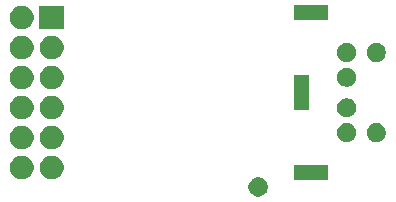
<source format=gbr>
G04 #@! TF.GenerationSoftware,KiCad,Pcbnew,5.0.2*
G04 #@! TF.CreationDate,2020-07-19T07:30:29+02:00*
G04 #@! TF.ProjectId,pmod-ps2,706d6f64-2d70-4733-922e-6b696361645f,1*
G04 #@! TF.SameCoordinates,Original*
G04 #@! TF.FileFunction,Soldermask,Bot*
G04 #@! TF.FilePolarity,Negative*
%FSLAX46Y46*%
G04 Gerber Fmt 4.6, Leading zero omitted, Abs format (unit mm)*
G04 Created by KiCad (PCBNEW 5.0.2) date dim. 19 juil. 2020 07:30:29 CEST*
%MOMM*%
%LPD*%
G01*
G04 APERTURE LIST*
%ADD10C,0.100000*%
G04 APERTURE END LIST*
D10*
G36*
X153737142Y-112218242D02*
X153885102Y-112279530D01*
X153934493Y-112312532D01*
X153992065Y-112351000D01*
X154018258Y-112368502D01*
X154131498Y-112481742D01*
X154220470Y-112614898D01*
X154281758Y-112762858D01*
X154313000Y-112919925D01*
X154313000Y-113080075D01*
X154281758Y-113237142D01*
X154220470Y-113385102D01*
X154131498Y-113518258D01*
X154018258Y-113631498D01*
X153885102Y-113720470D01*
X153737142Y-113781758D01*
X153580075Y-113813000D01*
X153419925Y-113813000D01*
X153262858Y-113781758D01*
X153114898Y-113720470D01*
X152981742Y-113631498D01*
X152868502Y-113518258D01*
X152779530Y-113385102D01*
X152718242Y-113237142D01*
X152687000Y-113080075D01*
X152687000Y-112919925D01*
X152718242Y-112762858D01*
X152779530Y-112614898D01*
X152868502Y-112481742D01*
X152981742Y-112368502D01*
X153007936Y-112351000D01*
X153065507Y-112312532D01*
X153114898Y-112279530D01*
X153262858Y-112218242D01*
X153419925Y-112187000D01*
X153580075Y-112187000D01*
X153737142Y-112218242D01*
X153737142Y-112218242D01*
G37*
G36*
X159451000Y-112401000D02*
X156549000Y-112401000D01*
X156549000Y-111099000D01*
X159451000Y-111099000D01*
X159451000Y-112401000D01*
X159451000Y-112401000D01*
G37*
G36*
X136331981Y-110387468D02*
X136514150Y-110462925D01*
X136678103Y-110572475D01*
X136817525Y-110711897D01*
X136927075Y-110875850D01*
X137002532Y-111058019D01*
X137041000Y-111251410D01*
X137041000Y-111448590D01*
X137002532Y-111641981D01*
X136927075Y-111824150D01*
X136817525Y-111988103D01*
X136678103Y-112127525D01*
X136514150Y-112237075D01*
X136331981Y-112312532D01*
X136138590Y-112351000D01*
X135941410Y-112351000D01*
X135748019Y-112312532D01*
X135565850Y-112237075D01*
X135401897Y-112127525D01*
X135262475Y-111988103D01*
X135152925Y-111824150D01*
X135077468Y-111641981D01*
X135039000Y-111448590D01*
X135039000Y-111251410D01*
X135077468Y-111058019D01*
X135152925Y-110875850D01*
X135262475Y-110711897D01*
X135401897Y-110572475D01*
X135565850Y-110462925D01*
X135748019Y-110387468D01*
X135941410Y-110349000D01*
X136138590Y-110349000D01*
X136331981Y-110387468D01*
X136331981Y-110387468D01*
G37*
G36*
X133791981Y-110387468D02*
X133974150Y-110462925D01*
X134138103Y-110572475D01*
X134277525Y-110711897D01*
X134387075Y-110875850D01*
X134462532Y-111058019D01*
X134501000Y-111251410D01*
X134501000Y-111448590D01*
X134462532Y-111641981D01*
X134387075Y-111824150D01*
X134277525Y-111988103D01*
X134138103Y-112127525D01*
X133974150Y-112237075D01*
X133791981Y-112312532D01*
X133598590Y-112351000D01*
X133401410Y-112351000D01*
X133208019Y-112312532D01*
X133025850Y-112237075D01*
X132861897Y-112127525D01*
X132722475Y-111988103D01*
X132612925Y-111824150D01*
X132537468Y-111641981D01*
X132499000Y-111448590D01*
X132499000Y-111251410D01*
X132537468Y-111058019D01*
X132612925Y-110875850D01*
X132722475Y-110711897D01*
X132861897Y-110572475D01*
X133025850Y-110462925D01*
X133208019Y-110387468D01*
X133401410Y-110349000D01*
X133598590Y-110349000D01*
X133791981Y-110387468D01*
X133791981Y-110387468D01*
G37*
G36*
X133791981Y-107847468D02*
X133974150Y-107922925D01*
X134138103Y-108032475D01*
X134277525Y-108171897D01*
X134387075Y-108335850D01*
X134462532Y-108518019D01*
X134501000Y-108711410D01*
X134501000Y-108908590D01*
X134462532Y-109101981D01*
X134387075Y-109284150D01*
X134277525Y-109448103D01*
X134138103Y-109587525D01*
X133974150Y-109697075D01*
X133791981Y-109772532D01*
X133598590Y-109811000D01*
X133401410Y-109811000D01*
X133208019Y-109772532D01*
X133025850Y-109697075D01*
X132861897Y-109587525D01*
X132722475Y-109448103D01*
X132612925Y-109284150D01*
X132537468Y-109101981D01*
X132499000Y-108908590D01*
X132499000Y-108711410D01*
X132537468Y-108518019D01*
X132612925Y-108335850D01*
X132722475Y-108171897D01*
X132861897Y-108032475D01*
X133025850Y-107922925D01*
X133208019Y-107847468D01*
X133401410Y-107809000D01*
X133598590Y-107809000D01*
X133791981Y-107847468D01*
X133791981Y-107847468D01*
G37*
G36*
X136331981Y-107847468D02*
X136514150Y-107922925D01*
X136678103Y-108032475D01*
X136817525Y-108171897D01*
X136927075Y-108335850D01*
X137002532Y-108518019D01*
X137041000Y-108711410D01*
X137041000Y-108908590D01*
X137002532Y-109101981D01*
X136927075Y-109284150D01*
X136817525Y-109448103D01*
X136678103Y-109587525D01*
X136514150Y-109697075D01*
X136331981Y-109772532D01*
X136138590Y-109811000D01*
X135941410Y-109811000D01*
X135748019Y-109772532D01*
X135565850Y-109697075D01*
X135401897Y-109587525D01*
X135262475Y-109448103D01*
X135152925Y-109284150D01*
X135077468Y-109101981D01*
X135039000Y-108908590D01*
X135039000Y-108711410D01*
X135077468Y-108518019D01*
X135152925Y-108335850D01*
X135262475Y-108171897D01*
X135401897Y-108032475D01*
X135565850Y-107922925D01*
X135748019Y-107847468D01*
X135941410Y-107809000D01*
X136138590Y-107809000D01*
X136331981Y-107847468D01*
X136331981Y-107847468D01*
G37*
G36*
X163737142Y-107618242D02*
X163885102Y-107679530D01*
X164018258Y-107768502D01*
X164131498Y-107881742D01*
X164220470Y-108014898D01*
X164281758Y-108162858D01*
X164313000Y-108319925D01*
X164313000Y-108480075D01*
X164281758Y-108637142D01*
X164220470Y-108785102D01*
X164131498Y-108918258D01*
X164018258Y-109031498D01*
X163885102Y-109120470D01*
X163737142Y-109181758D01*
X163580075Y-109213000D01*
X163419925Y-109213000D01*
X163262858Y-109181758D01*
X163114898Y-109120470D01*
X162981742Y-109031498D01*
X162868502Y-108918258D01*
X162779530Y-108785102D01*
X162718242Y-108637142D01*
X162687000Y-108480075D01*
X162687000Y-108319925D01*
X162718242Y-108162858D01*
X162779530Y-108014898D01*
X162868502Y-107881742D01*
X162981742Y-107768502D01*
X163114898Y-107679530D01*
X163262858Y-107618242D01*
X163419925Y-107587000D01*
X163580075Y-107587000D01*
X163737142Y-107618242D01*
X163737142Y-107618242D01*
G37*
G36*
X161237142Y-107618242D02*
X161385102Y-107679530D01*
X161518258Y-107768502D01*
X161631498Y-107881742D01*
X161720470Y-108014898D01*
X161781758Y-108162858D01*
X161813000Y-108319925D01*
X161813000Y-108480075D01*
X161781758Y-108637142D01*
X161720470Y-108785102D01*
X161631498Y-108918258D01*
X161518258Y-109031498D01*
X161385102Y-109120470D01*
X161237142Y-109181758D01*
X161080075Y-109213000D01*
X160919925Y-109213000D01*
X160762858Y-109181758D01*
X160614898Y-109120470D01*
X160481742Y-109031498D01*
X160368502Y-108918258D01*
X160279530Y-108785102D01*
X160218242Y-108637142D01*
X160187000Y-108480075D01*
X160187000Y-108319925D01*
X160218242Y-108162858D01*
X160279530Y-108014898D01*
X160368502Y-107881742D01*
X160481742Y-107768502D01*
X160614898Y-107679530D01*
X160762858Y-107618242D01*
X160919925Y-107587000D01*
X161080075Y-107587000D01*
X161237142Y-107618242D01*
X161237142Y-107618242D01*
G37*
G36*
X133791981Y-105307468D02*
X133974150Y-105382925D01*
X134138103Y-105492475D01*
X134277525Y-105631897D01*
X134387075Y-105795850D01*
X134462532Y-105978019D01*
X134501000Y-106171410D01*
X134501000Y-106368590D01*
X134462532Y-106561981D01*
X134387075Y-106744150D01*
X134277525Y-106908103D01*
X134138103Y-107047525D01*
X133974150Y-107157075D01*
X133791981Y-107232532D01*
X133598590Y-107271000D01*
X133401410Y-107271000D01*
X133208019Y-107232532D01*
X133025850Y-107157075D01*
X132861897Y-107047525D01*
X132722475Y-106908103D01*
X132612925Y-106744150D01*
X132537468Y-106561981D01*
X132499000Y-106368590D01*
X132499000Y-106171410D01*
X132537468Y-105978019D01*
X132612925Y-105795850D01*
X132722475Y-105631897D01*
X132861897Y-105492475D01*
X133025850Y-105382925D01*
X133208019Y-105307468D01*
X133401410Y-105269000D01*
X133598590Y-105269000D01*
X133791981Y-105307468D01*
X133791981Y-105307468D01*
G37*
G36*
X136331981Y-105307468D02*
X136514150Y-105382925D01*
X136678103Y-105492475D01*
X136817525Y-105631897D01*
X136927075Y-105795850D01*
X137002532Y-105978019D01*
X137041000Y-106171410D01*
X137041000Y-106368590D01*
X137002532Y-106561981D01*
X136927075Y-106744150D01*
X136817525Y-106908103D01*
X136678103Y-107047525D01*
X136514150Y-107157075D01*
X136331981Y-107232532D01*
X136138590Y-107271000D01*
X135941410Y-107271000D01*
X135748019Y-107232532D01*
X135565850Y-107157075D01*
X135401897Y-107047525D01*
X135262475Y-106908103D01*
X135152925Y-106744150D01*
X135077468Y-106561981D01*
X135039000Y-106368590D01*
X135039000Y-106171410D01*
X135077468Y-105978019D01*
X135152925Y-105795850D01*
X135262475Y-105631897D01*
X135401897Y-105492475D01*
X135565850Y-105382925D01*
X135748019Y-105307468D01*
X135941410Y-105269000D01*
X136138590Y-105269000D01*
X136331981Y-105307468D01*
X136331981Y-105307468D01*
G37*
G36*
X161237142Y-105518242D02*
X161385102Y-105579530D01*
X161518258Y-105668502D01*
X161631498Y-105781742D01*
X161720470Y-105914898D01*
X161781758Y-106062858D01*
X161813000Y-106219925D01*
X161813000Y-106380075D01*
X161781758Y-106537142D01*
X161720470Y-106685102D01*
X161631498Y-106818258D01*
X161518258Y-106931498D01*
X161385102Y-107020470D01*
X161237142Y-107081758D01*
X161080075Y-107113000D01*
X160919925Y-107113000D01*
X160762858Y-107081758D01*
X160614898Y-107020470D01*
X160481742Y-106931498D01*
X160368502Y-106818258D01*
X160279530Y-106685102D01*
X160218242Y-106537142D01*
X160187000Y-106380075D01*
X160187000Y-106219925D01*
X160218242Y-106062858D01*
X160279530Y-105914898D01*
X160368502Y-105781742D01*
X160481742Y-105668502D01*
X160614898Y-105579530D01*
X160762858Y-105518242D01*
X160919925Y-105487000D01*
X161080075Y-105487000D01*
X161237142Y-105518242D01*
X161237142Y-105518242D01*
G37*
G36*
X157851000Y-106451000D02*
X156549000Y-106451000D01*
X156549000Y-103549000D01*
X157851000Y-103549000D01*
X157851000Y-106451000D01*
X157851000Y-106451000D01*
G37*
G36*
X136331981Y-102767468D02*
X136514150Y-102842925D01*
X136678103Y-102952475D01*
X136817525Y-103091897D01*
X136927075Y-103255850D01*
X137002532Y-103438019D01*
X137041000Y-103631410D01*
X137041000Y-103828590D01*
X137002532Y-104021981D01*
X136927075Y-104204150D01*
X136817525Y-104368103D01*
X136678103Y-104507525D01*
X136514150Y-104617075D01*
X136331981Y-104692532D01*
X136138590Y-104731000D01*
X135941410Y-104731000D01*
X135748019Y-104692532D01*
X135565850Y-104617075D01*
X135401897Y-104507525D01*
X135262475Y-104368103D01*
X135152925Y-104204150D01*
X135077468Y-104021981D01*
X135039000Y-103828590D01*
X135039000Y-103631410D01*
X135077468Y-103438019D01*
X135152925Y-103255850D01*
X135262475Y-103091897D01*
X135401897Y-102952475D01*
X135565850Y-102842925D01*
X135748019Y-102767468D01*
X135941410Y-102729000D01*
X136138590Y-102729000D01*
X136331981Y-102767468D01*
X136331981Y-102767468D01*
G37*
G36*
X133791981Y-102767468D02*
X133974150Y-102842925D01*
X134138103Y-102952475D01*
X134277525Y-103091897D01*
X134387075Y-103255850D01*
X134462532Y-103438019D01*
X134501000Y-103631410D01*
X134501000Y-103828590D01*
X134462532Y-104021981D01*
X134387075Y-104204150D01*
X134277525Y-104368103D01*
X134138103Y-104507525D01*
X133974150Y-104617075D01*
X133791981Y-104692532D01*
X133598590Y-104731000D01*
X133401410Y-104731000D01*
X133208019Y-104692532D01*
X133025850Y-104617075D01*
X132861897Y-104507525D01*
X132722475Y-104368103D01*
X132612925Y-104204150D01*
X132537468Y-104021981D01*
X132499000Y-103828590D01*
X132499000Y-103631410D01*
X132537468Y-103438019D01*
X132612925Y-103255850D01*
X132722475Y-103091897D01*
X132861897Y-102952475D01*
X133025850Y-102842925D01*
X133208019Y-102767468D01*
X133401410Y-102729000D01*
X133598590Y-102729000D01*
X133791981Y-102767468D01*
X133791981Y-102767468D01*
G37*
G36*
X161237142Y-102918242D02*
X161385102Y-102979530D01*
X161518258Y-103068502D01*
X161631498Y-103181742D01*
X161720470Y-103314898D01*
X161781758Y-103462858D01*
X161813000Y-103619925D01*
X161813000Y-103780075D01*
X161781758Y-103937142D01*
X161720470Y-104085102D01*
X161631498Y-104218258D01*
X161518258Y-104331498D01*
X161385102Y-104420470D01*
X161237142Y-104481758D01*
X161080075Y-104513000D01*
X160919925Y-104513000D01*
X160762858Y-104481758D01*
X160614898Y-104420470D01*
X160481742Y-104331498D01*
X160368502Y-104218258D01*
X160279530Y-104085102D01*
X160218242Y-103937142D01*
X160187000Y-103780075D01*
X160187000Y-103619925D01*
X160218242Y-103462858D01*
X160279530Y-103314898D01*
X160368502Y-103181742D01*
X160481742Y-103068502D01*
X160614898Y-102979530D01*
X160762858Y-102918242D01*
X160919925Y-102887000D01*
X161080075Y-102887000D01*
X161237142Y-102918242D01*
X161237142Y-102918242D01*
G37*
G36*
X163737142Y-100818242D02*
X163885102Y-100879530D01*
X164018258Y-100968502D01*
X164131498Y-101081742D01*
X164220470Y-101214898D01*
X164281758Y-101362858D01*
X164313000Y-101519925D01*
X164313000Y-101680075D01*
X164281758Y-101837142D01*
X164220470Y-101985102D01*
X164131498Y-102118258D01*
X164018258Y-102231498D01*
X163885102Y-102320470D01*
X163737142Y-102381758D01*
X163580075Y-102413000D01*
X163419925Y-102413000D01*
X163262858Y-102381758D01*
X163114898Y-102320470D01*
X162981742Y-102231498D01*
X162868502Y-102118258D01*
X162779530Y-101985102D01*
X162718242Y-101837142D01*
X162687000Y-101680075D01*
X162687000Y-101519925D01*
X162718242Y-101362858D01*
X162779530Y-101214898D01*
X162868502Y-101081742D01*
X162981742Y-100968502D01*
X163114898Y-100879530D01*
X163262858Y-100818242D01*
X163419925Y-100787000D01*
X163580075Y-100787000D01*
X163737142Y-100818242D01*
X163737142Y-100818242D01*
G37*
G36*
X161237142Y-100818242D02*
X161385102Y-100879530D01*
X161518258Y-100968502D01*
X161631498Y-101081742D01*
X161720470Y-101214898D01*
X161781758Y-101362858D01*
X161813000Y-101519925D01*
X161813000Y-101680075D01*
X161781758Y-101837142D01*
X161720470Y-101985102D01*
X161631498Y-102118258D01*
X161518258Y-102231498D01*
X161385102Y-102320470D01*
X161237142Y-102381758D01*
X161080075Y-102413000D01*
X160919925Y-102413000D01*
X160762858Y-102381758D01*
X160614898Y-102320470D01*
X160481742Y-102231498D01*
X160368502Y-102118258D01*
X160279530Y-101985102D01*
X160218242Y-101837142D01*
X160187000Y-101680075D01*
X160187000Y-101519925D01*
X160218242Y-101362858D01*
X160279530Y-101214898D01*
X160368502Y-101081742D01*
X160481742Y-100968502D01*
X160614898Y-100879530D01*
X160762858Y-100818242D01*
X160919925Y-100787000D01*
X161080075Y-100787000D01*
X161237142Y-100818242D01*
X161237142Y-100818242D01*
G37*
G36*
X136331981Y-100227468D02*
X136514150Y-100302925D01*
X136678103Y-100412475D01*
X136817525Y-100551897D01*
X136927075Y-100715850D01*
X137002532Y-100898019D01*
X137041000Y-101091410D01*
X137041000Y-101288590D01*
X137002532Y-101481981D01*
X136927075Y-101664150D01*
X136817525Y-101828103D01*
X136678103Y-101967525D01*
X136514150Y-102077075D01*
X136331981Y-102152532D01*
X136138590Y-102191000D01*
X135941410Y-102191000D01*
X135748019Y-102152532D01*
X135565850Y-102077075D01*
X135401897Y-101967525D01*
X135262475Y-101828103D01*
X135152925Y-101664150D01*
X135077468Y-101481981D01*
X135039000Y-101288590D01*
X135039000Y-101091410D01*
X135077468Y-100898019D01*
X135152925Y-100715850D01*
X135262475Y-100551897D01*
X135401897Y-100412475D01*
X135565850Y-100302925D01*
X135748019Y-100227468D01*
X135941410Y-100189000D01*
X136138590Y-100189000D01*
X136331981Y-100227468D01*
X136331981Y-100227468D01*
G37*
G36*
X133791981Y-100227468D02*
X133974150Y-100302925D01*
X134138103Y-100412475D01*
X134277525Y-100551897D01*
X134387075Y-100715850D01*
X134462532Y-100898019D01*
X134501000Y-101091410D01*
X134501000Y-101288590D01*
X134462532Y-101481981D01*
X134387075Y-101664150D01*
X134277525Y-101828103D01*
X134138103Y-101967525D01*
X133974150Y-102077075D01*
X133791981Y-102152532D01*
X133598590Y-102191000D01*
X133401410Y-102191000D01*
X133208019Y-102152532D01*
X133025850Y-102077075D01*
X132861897Y-101967525D01*
X132722475Y-101828103D01*
X132612925Y-101664150D01*
X132537468Y-101481981D01*
X132499000Y-101288590D01*
X132499000Y-101091410D01*
X132537468Y-100898019D01*
X132612925Y-100715850D01*
X132722475Y-100551897D01*
X132861897Y-100412475D01*
X133025850Y-100302925D01*
X133208019Y-100227468D01*
X133401410Y-100189000D01*
X133598590Y-100189000D01*
X133791981Y-100227468D01*
X133791981Y-100227468D01*
G37*
G36*
X133791981Y-97687468D02*
X133974150Y-97762925D01*
X134138103Y-97872475D01*
X134277525Y-98011897D01*
X134387075Y-98175850D01*
X134462532Y-98358019D01*
X134501000Y-98551410D01*
X134501000Y-98748590D01*
X134462532Y-98941981D01*
X134387075Y-99124150D01*
X134277525Y-99288103D01*
X134138103Y-99427525D01*
X133974150Y-99537075D01*
X133791981Y-99612532D01*
X133598590Y-99651000D01*
X133401410Y-99651000D01*
X133208019Y-99612532D01*
X133025850Y-99537075D01*
X132861897Y-99427525D01*
X132722475Y-99288103D01*
X132612925Y-99124150D01*
X132537468Y-98941981D01*
X132499000Y-98748590D01*
X132499000Y-98551410D01*
X132537468Y-98358019D01*
X132612925Y-98175850D01*
X132722475Y-98011897D01*
X132861897Y-97872475D01*
X133025850Y-97762925D01*
X133208019Y-97687468D01*
X133401410Y-97649000D01*
X133598590Y-97649000D01*
X133791981Y-97687468D01*
X133791981Y-97687468D01*
G37*
G36*
X137091000Y-99651000D02*
X134989000Y-99651000D01*
X134989000Y-97649000D01*
X137091000Y-97649000D01*
X137091000Y-99651000D01*
X137091000Y-99651000D01*
G37*
G36*
X159451000Y-98901000D02*
X156549000Y-98901000D01*
X156549000Y-97599000D01*
X159451000Y-97599000D01*
X159451000Y-98901000D01*
X159451000Y-98901000D01*
G37*
M02*

</source>
